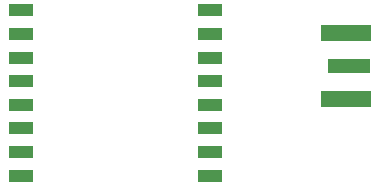
<source format=gtp>
G04 #@! TF.GenerationSoftware,KiCad,Pcbnew,8.0.8*
G04 #@! TF.CreationDate,2025-03-21T12:20:43+00:00*
G04 #@! TF.ProjectId,RFM95W-pcb01,52464d39-3557-42d7-9063-6230312e6b69,rev?*
G04 #@! TF.SameCoordinates,Original*
G04 #@! TF.FileFunction,Paste,Top*
G04 #@! TF.FilePolarity,Positive*
%FSLAX46Y46*%
G04 Gerber Fmt 4.6, Leading zero omitted, Abs format (unit mm)*
G04 Created by KiCad (PCBNEW 8.0.8) date 2025-03-21 12:20:43*
%MOMM*%
%LPD*%
G01*
G04 APERTURE LIST*
%ADD10R,3.600000X1.270000*%
%ADD11R,4.200000X1.350000*%
%ADD12R,2.000000X1.000000*%
G04 APERTURE END LIST*
D10*
X173682000Y-35814000D03*
D11*
X173482000Y-32989000D03*
X173482000Y-38639000D03*
D12*
X145924000Y-31100000D03*
X145924000Y-33100000D03*
X145924000Y-35100000D03*
X145924000Y-37100000D03*
X145924000Y-39100000D03*
X145924000Y-41100000D03*
X145924000Y-43100000D03*
X145924000Y-45100000D03*
X161924000Y-45100000D03*
X161924000Y-43100000D03*
X161924000Y-41100000D03*
X161924000Y-39100000D03*
X161924000Y-37100000D03*
X161924000Y-35100000D03*
X161924000Y-33100000D03*
X161924000Y-31100000D03*
M02*

</source>
